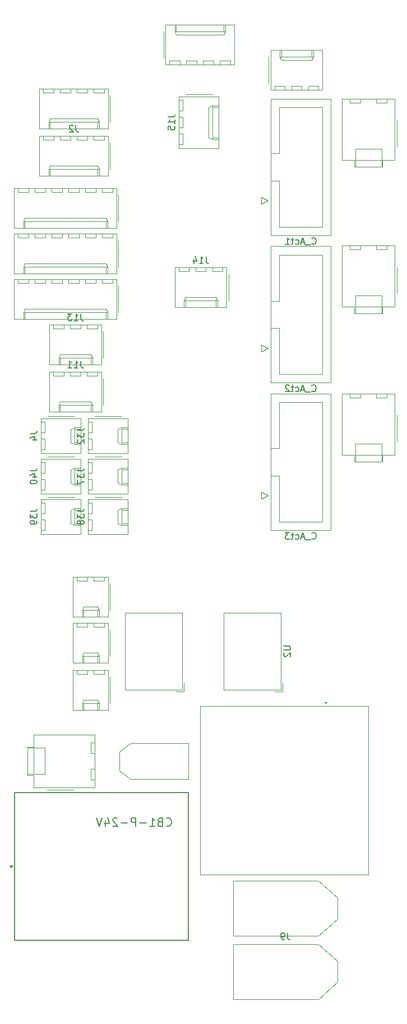
<source format=gbr>
%TF.GenerationSoftware,KiCad,Pcbnew,(6.0.2)*%
%TF.CreationDate,2022-07-06T01:18:05+02:00*%
%TF.ProjectId,MainBoard-2023,4d61696e-426f-4617-9264-2d323032332e,rev?*%
%TF.SameCoordinates,Original*%
%TF.FileFunction,Legend,Bot*%
%TF.FilePolarity,Positive*%
%FSLAX46Y46*%
G04 Gerber Fmt 4.6, Leading zero omitted, Abs format (unit mm)*
G04 Created by KiCad (PCBNEW (6.0.2)) date 2022-07-06 01:18:05*
%MOMM*%
%LPD*%
G01*
G04 APERTURE LIST*
%ADD10C,0.150000*%
%ADD11C,0.120000*%
%ADD12C,0.250000*%
%ADD13C,0.100000*%
%ADD14C,0.200000*%
G04 APERTURE END LIST*
D10*
%TO.C,J15*%
X115220380Y-41354476D02*
X115934666Y-41354476D01*
X116077523Y-41306857D01*
X116172761Y-41211619D01*
X116220380Y-41068761D01*
X116220380Y-40973523D01*
X116220380Y-42354476D02*
X116220380Y-41783047D01*
X116220380Y-42068761D02*
X115220380Y-42068761D01*
X115363238Y-41973523D01*
X115458476Y-41878285D01*
X115506095Y-41783047D01*
X115220380Y-43259238D02*
X115220380Y-42783047D01*
X115696571Y-42735428D01*
X115648952Y-42783047D01*
X115601333Y-42878285D01*
X115601333Y-43116380D01*
X115648952Y-43211619D01*
X115696571Y-43259238D01*
X115791809Y-43306857D01*
X116029904Y-43306857D01*
X116125142Y-43259238D01*
X116172761Y-43211619D01*
X116220380Y-43116380D01*
X116220380Y-42878285D01*
X116172761Y-42783047D01*
X116125142Y-42735428D01*
%TO.C,J38*%
X101504380Y-100790476D02*
X102218666Y-100790476D01*
X102361523Y-100742857D01*
X102456761Y-100647619D01*
X102504380Y-100504761D01*
X102504380Y-100409523D01*
X101504380Y-101171428D02*
X101504380Y-101790476D01*
X101885333Y-101457142D01*
X101885333Y-101600000D01*
X101932952Y-101695238D01*
X101980571Y-101742857D01*
X102075809Y-101790476D01*
X102313904Y-101790476D01*
X102409142Y-101742857D01*
X102456761Y-101695238D01*
X102504380Y-101600000D01*
X102504380Y-101314285D01*
X102456761Y-101219047D01*
X102409142Y-101171428D01*
X101932952Y-102361904D02*
X101885333Y-102266666D01*
X101837714Y-102219047D01*
X101742476Y-102171428D01*
X101694857Y-102171428D01*
X101599619Y-102219047D01*
X101552000Y-102266666D01*
X101504380Y-102361904D01*
X101504380Y-102552380D01*
X101552000Y-102647619D01*
X101599619Y-102695238D01*
X101694857Y-102742857D01*
X101742476Y-102742857D01*
X101837714Y-102695238D01*
X101885333Y-102647619D01*
X101932952Y-102552380D01*
X101932952Y-102361904D01*
X101980571Y-102266666D01*
X102028190Y-102219047D01*
X102123428Y-102171428D01*
X102313904Y-102171428D01*
X102409142Y-102219047D01*
X102456761Y-102266666D01*
X102504380Y-102361904D01*
X102504380Y-102552380D01*
X102456761Y-102647619D01*
X102409142Y-102695238D01*
X102313904Y-102742857D01*
X102123428Y-102742857D01*
X102028190Y-102695238D01*
X101980571Y-102647619D01*
X101932952Y-102552380D01*
%TO.C,J14*%
X120951523Y-62388380D02*
X120951523Y-63102666D01*
X120999142Y-63245523D01*
X121094380Y-63340761D01*
X121237238Y-63388380D01*
X121332476Y-63388380D01*
X119951523Y-63388380D02*
X120522952Y-63388380D01*
X120237238Y-63388380D02*
X120237238Y-62388380D01*
X120332476Y-62531238D01*
X120427714Y-62626476D01*
X120522952Y-62674095D01*
X119094380Y-62721714D02*
X119094380Y-63388380D01*
X119332476Y-62340761D02*
X119570571Y-63055047D01*
X118951523Y-63055047D01*
%TO.C,J13*%
X102028523Y-71024380D02*
X102028523Y-71738666D01*
X102076142Y-71881523D01*
X102171380Y-71976761D01*
X102314238Y-72024380D01*
X102409476Y-72024380D01*
X101028523Y-72024380D02*
X101599952Y-72024380D01*
X101314238Y-72024380D02*
X101314238Y-71024380D01*
X101409476Y-71167238D01*
X101504714Y-71262476D01*
X101599952Y-71310095D01*
X100695190Y-71024380D02*
X100076142Y-71024380D01*
X100409476Y-71405333D01*
X100266619Y-71405333D01*
X100171380Y-71452952D01*
X100123761Y-71500571D01*
X100076142Y-71595809D01*
X100076142Y-71833904D01*
X100123761Y-71929142D01*
X100171380Y-71976761D01*
X100266619Y-72024380D01*
X100552333Y-72024380D01*
X100647571Y-71976761D01*
X100695190Y-71929142D01*
%TO.C,J11*%
X102028523Y-78136380D02*
X102028523Y-78850666D01*
X102076142Y-78993523D01*
X102171380Y-79088761D01*
X102314238Y-79136380D01*
X102409476Y-79136380D01*
X101028523Y-79136380D02*
X101599952Y-79136380D01*
X101314238Y-79136380D02*
X101314238Y-78136380D01*
X101409476Y-78279238D01*
X101504714Y-78374476D01*
X101599952Y-78422095D01*
X100076142Y-79136380D02*
X100647571Y-79136380D01*
X100361857Y-79136380D02*
X100361857Y-78136380D01*
X100457095Y-78279238D01*
X100552333Y-78374476D01*
X100647571Y-78422095D01*
%TO.C,J37*%
X101504380Y-94694476D02*
X102218666Y-94694476D01*
X102361523Y-94646857D01*
X102456761Y-94551619D01*
X102504380Y-94408761D01*
X102504380Y-94313523D01*
X101504380Y-95075428D02*
X101504380Y-95694476D01*
X101885333Y-95361142D01*
X101885333Y-95504000D01*
X101932952Y-95599238D01*
X101980571Y-95646857D01*
X102075809Y-95694476D01*
X102313904Y-95694476D01*
X102409142Y-95646857D01*
X102456761Y-95599238D01*
X102504380Y-95504000D01*
X102504380Y-95218285D01*
X102456761Y-95123047D01*
X102409142Y-95075428D01*
X101504380Y-96027809D02*
X101504380Y-96694476D01*
X102504380Y-96265904D01*
%TO.C,J32*%
X101504380Y-88598476D02*
X102218666Y-88598476D01*
X102361523Y-88550857D01*
X102456761Y-88455619D01*
X102504380Y-88312761D01*
X102504380Y-88217523D01*
X101504380Y-88979428D02*
X101504380Y-89598476D01*
X101885333Y-89265142D01*
X101885333Y-89408000D01*
X101932952Y-89503238D01*
X101980571Y-89550857D01*
X102075809Y-89598476D01*
X102313904Y-89598476D01*
X102409142Y-89550857D01*
X102456761Y-89503238D01*
X102504380Y-89408000D01*
X102504380Y-89122285D01*
X102456761Y-89027047D01*
X102409142Y-88979428D01*
X101599619Y-89979428D02*
X101552000Y-90027047D01*
X101504380Y-90122285D01*
X101504380Y-90360380D01*
X101552000Y-90455619D01*
X101599619Y-90503238D01*
X101694857Y-90550857D01*
X101790095Y-90550857D01*
X101932952Y-90503238D01*
X102504380Y-89931809D01*
X102504380Y-90550857D01*
%TO.C,K1*%
X114945857Y-148144571D02*
X115006333Y-148205047D01*
X115187761Y-148265523D01*
X115308714Y-148265523D01*
X115490142Y-148205047D01*
X115611095Y-148084095D01*
X115671571Y-147963142D01*
X115732047Y-147721238D01*
X115732047Y-147539809D01*
X115671571Y-147297904D01*
X115611095Y-147176952D01*
X115490142Y-147056000D01*
X115308714Y-146995523D01*
X115187761Y-146995523D01*
X115006333Y-147056000D01*
X114945857Y-147116476D01*
X113978238Y-147600285D02*
X113796809Y-147660761D01*
X113736333Y-147721238D01*
X113675857Y-147842190D01*
X113675857Y-148023619D01*
X113736333Y-148144571D01*
X113796809Y-148205047D01*
X113917761Y-148265523D01*
X114401571Y-148265523D01*
X114401571Y-146995523D01*
X113978238Y-146995523D01*
X113857285Y-147056000D01*
X113796809Y-147116476D01*
X113736333Y-147237428D01*
X113736333Y-147358380D01*
X113796809Y-147479333D01*
X113857285Y-147539809D01*
X113978238Y-147600285D01*
X114401571Y-147600285D01*
X112466333Y-148265523D02*
X113192047Y-148265523D01*
X112829190Y-148265523D02*
X112829190Y-146995523D01*
X112950142Y-147176952D01*
X113071095Y-147297904D01*
X113192047Y-147358380D01*
X111922047Y-147781714D02*
X110954428Y-147781714D01*
X110349666Y-148265523D02*
X110349666Y-146995523D01*
X109865857Y-146995523D01*
X109744904Y-147056000D01*
X109684428Y-147116476D01*
X109623952Y-147237428D01*
X109623952Y-147418857D01*
X109684428Y-147539809D01*
X109744904Y-147600285D01*
X109865857Y-147660761D01*
X110349666Y-147660761D01*
X109079666Y-147781714D02*
X108112047Y-147781714D01*
X107567761Y-147116476D02*
X107507285Y-147056000D01*
X107386333Y-146995523D01*
X107083952Y-146995523D01*
X106963000Y-147056000D01*
X106902523Y-147116476D01*
X106842047Y-147237428D01*
X106842047Y-147358380D01*
X106902523Y-147539809D01*
X107628238Y-148265523D01*
X106842047Y-148265523D01*
X105753476Y-147418857D02*
X105753476Y-148265523D01*
X106055857Y-146935047D02*
X106358238Y-147842190D01*
X105572047Y-147842190D01*
X105269666Y-146995523D02*
X104846333Y-148265523D01*
X104423000Y-146995523D01*
%TO.C,J39*%
X94392380Y-100790476D02*
X95106666Y-100790476D01*
X95249523Y-100742857D01*
X95344761Y-100647619D01*
X95392380Y-100504761D01*
X95392380Y-100409523D01*
X94392380Y-101171428D02*
X94392380Y-101790476D01*
X94773333Y-101457142D01*
X94773333Y-101600000D01*
X94820952Y-101695238D01*
X94868571Y-101742857D01*
X94963809Y-101790476D01*
X95201904Y-101790476D01*
X95297142Y-101742857D01*
X95344761Y-101695238D01*
X95392380Y-101600000D01*
X95392380Y-101314285D01*
X95344761Y-101219047D01*
X95297142Y-101171428D01*
X95392380Y-102266666D02*
X95392380Y-102457142D01*
X95344761Y-102552380D01*
X95297142Y-102600000D01*
X95154285Y-102695238D01*
X94963809Y-102742857D01*
X94582857Y-102742857D01*
X94487619Y-102695238D01*
X94440000Y-102647619D01*
X94392380Y-102552380D01*
X94392380Y-102361904D01*
X94440000Y-102266666D01*
X94487619Y-102219047D01*
X94582857Y-102171428D01*
X94820952Y-102171428D01*
X94916190Y-102219047D01*
X94963809Y-102266666D01*
X95011428Y-102361904D01*
X95011428Y-102552380D01*
X94963809Y-102647619D01*
X94916190Y-102695238D01*
X94820952Y-102742857D01*
%TO.C,C_Act2*%
X136945476Y-82657142D02*
X136993095Y-82704761D01*
X137135952Y-82752380D01*
X137231190Y-82752380D01*
X137374047Y-82704761D01*
X137469285Y-82609523D01*
X137516904Y-82514285D01*
X137564523Y-82323809D01*
X137564523Y-82180952D01*
X137516904Y-81990476D01*
X137469285Y-81895238D01*
X137374047Y-81800000D01*
X137231190Y-81752380D01*
X137135952Y-81752380D01*
X136993095Y-81800000D01*
X136945476Y-81847619D01*
X136755000Y-82847619D02*
X135993095Y-82847619D01*
X135802619Y-82466666D02*
X135326428Y-82466666D01*
X135897857Y-82752380D02*
X135564523Y-81752380D01*
X135231190Y-82752380D01*
X134469285Y-82704761D02*
X134564523Y-82752380D01*
X134755000Y-82752380D01*
X134850238Y-82704761D01*
X134897857Y-82657142D01*
X134945476Y-82561904D01*
X134945476Y-82276190D01*
X134897857Y-82180952D01*
X134850238Y-82133333D01*
X134755000Y-82085714D01*
X134564523Y-82085714D01*
X134469285Y-82133333D01*
X134183571Y-82085714D02*
X133802619Y-82085714D01*
X134040714Y-81752380D02*
X134040714Y-82609523D01*
X133993095Y-82704761D01*
X133897857Y-82752380D01*
X133802619Y-82752380D01*
X133516904Y-81847619D02*
X133469285Y-81800000D01*
X133374047Y-81752380D01*
X133135952Y-81752380D01*
X133040714Y-81800000D01*
X132993095Y-81847619D01*
X132945476Y-81942857D01*
X132945476Y-82038095D01*
X132993095Y-82180952D01*
X133564523Y-82752380D01*
X132945476Y-82752380D01*
%TO.C,C_Act1*%
X136945476Y-60432142D02*
X136993095Y-60479761D01*
X137135952Y-60527380D01*
X137231190Y-60527380D01*
X137374047Y-60479761D01*
X137469285Y-60384523D01*
X137516904Y-60289285D01*
X137564523Y-60098809D01*
X137564523Y-59955952D01*
X137516904Y-59765476D01*
X137469285Y-59670238D01*
X137374047Y-59575000D01*
X137231190Y-59527380D01*
X137135952Y-59527380D01*
X136993095Y-59575000D01*
X136945476Y-59622619D01*
X136755000Y-60622619D02*
X135993095Y-60622619D01*
X135802619Y-60241666D02*
X135326428Y-60241666D01*
X135897857Y-60527380D02*
X135564523Y-59527380D01*
X135231190Y-60527380D01*
X134469285Y-60479761D02*
X134564523Y-60527380D01*
X134755000Y-60527380D01*
X134850238Y-60479761D01*
X134897857Y-60432142D01*
X134945476Y-60336904D01*
X134945476Y-60051190D01*
X134897857Y-59955952D01*
X134850238Y-59908333D01*
X134755000Y-59860714D01*
X134564523Y-59860714D01*
X134469285Y-59908333D01*
X134183571Y-59860714D02*
X133802619Y-59860714D01*
X134040714Y-59527380D02*
X134040714Y-60384523D01*
X133993095Y-60479761D01*
X133897857Y-60527380D01*
X133802619Y-60527380D01*
X132945476Y-60527380D02*
X133516904Y-60527380D01*
X133231190Y-60527380D02*
X133231190Y-59527380D01*
X133326428Y-59670238D01*
X133421666Y-59765476D01*
X133516904Y-59813095D01*
%TO.C,U2*%
X132687380Y-121118095D02*
X133496904Y-121118095D01*
X133592142Y-121165714D01*
X133639761Y-121213333D01*
X133687380Y-121308571D01*
X133687380Y-121499047D01*
X133639761Y-121594285D01*
X133592142Y-121641904D01*
X133496904Y-121689523D01*
X132687380Y-121689523D01*
X132782619Y-122118095D02*
X132735000Y-122165714D01*
X132687380Y-122260952D01*
X132687380Y-122499047D01*
X132735000Y-122594285D01*
X132782619Y-122641904D01*
X132877857Y-122689523D01*
X132973095Y-122689523D01*
X133115952Y-122641904D01*
X133687380Y-122070476D01*
X133687380Y-122689523D01*
%TO.C,J2*%
X101298333Y-42576380D02*
X101298333Y-43290666D01*
X101345952Y-43433523D01*
X101441190Y-43528761D01*
X101584047Y-43576380D01*
X101679285Y-43576380D01*
X100869761Y-42671619D02*
X100822142Y-42624000D01*
X100726904Y-42576380D01*
X100488809Y-42576380D01*
X100393571Y-42624000D01*
X100345952Y-42671619D01*
X100298333Y-42766857D01*
X100298333Y-42862095D01*
X100345952Y-43004952D01*
X100917380Y-43576380D01*
X100298333Y-43576380D01*
%TO.C,J9*%
X133258333Y-164332380D02*
X133258333Y-165046666D01*
X133305952Y-165189523D01*
X133401190Y-165284761D01*
X133544047Y-165332380D01*
X133639285Y-165332380D01*
X132734523Y-165332380D02*
X132544047Y-165332380D01*
X132448809Y-165284761D01*
X132401190Y-165237142D01*
X132305952Y-165094285D01*
X132258333Y-164903809D01*
X132258333Y-164522857D01*
X132305952Y-164427619D01*
X132353571Y-164380000D01*
X132448809Y-164332380D01*
X132639285Y-164332380D01*
X132734523Y-164380000D01*
X132782142Y-164427619D01*
X132829761Y-164522857D01*
X132829761Y-164760952D01*
X132782142Y-164856190D01*
X132734523Y-164903809D01*
X132639285Y-164951428D01*
X132448809Y-164951428D01*
X132353571Y-164903809D01*
X132305952Y-164856190D01*
X132258333Y-164760952D01*
%TO.C,J4*%
X94392380Y-89074666D02*
X95106666Y-89074666D01*
X95249523Y-89027047D01*
X95344761Y-88931809D01*
X95392380Y-88788952D01*
X95392380Y-88693714D01*
X94725714Y-89979428D02*
X95392380Y-89979428D01*
X94344761Y-89741333D02*
X95059047Y-89503238D01*
X95059047Y-90122285D01*
%TO.C,C_Act3*%
X136945476Y-104882142D02*
X136993095Y-104929761D01*
X137135952Y-104977380D01*
X137231190Y-104977380D01*
X137374047Y-104929761D01*
X137469285Y-104834523D01*
X137516904Y-104739285D01*
X137564523Y-104548809D01*
X137564523Y-104405952D01*
X137516904Y-104215476D01*
X137469285Y-104120238D01*
X137374047Y-104025000D01*
X137231190Y-103977380D01*
X137135952Y-103977380D01*
X136993095Y-104025000D01*
X136945476Y-104072619D01*
X136755000Y-105072619D02*
X135993095Y-105072619D01*
X135802619Y-104691666D02*
X135326428Y-104691666D01*
X135897857Y-104977380D02*
X135564523Y-103977380D01*
X135231190Y-104977380D01*
X134469285Y-104929761D02*
X134564523Y-104977380D01*
X134755000Y-104977380D01*
X134850238Y-104929761D01*
X134897857Y-104882142D01*
X134945476Y-104786904D01*
X134945476Y-104501190D01*
X134897857Y-104405952D01*
X134850238Y-104358333D01*
X134755000Y-104310714D01*
X134564523Y-104310714D01*
X134469285Y-104358333D01*
X134183571Y-104310714D02*
X133802619Y-104310714D01*
X134040714Y-103977380D02*
X134040714Y-104834523D01*
X133993095Y-104929761D01*
X133897857Y-104977380D01*
X133802619Y-104977380D01*
X133564523Y-103977380D02*
X132945476Y-103977380D01*
X133278809Y-104358333D01*
X133135952Y-104358333D01*
X133040714Y-104405952D01*
X132993095Y-104453571D01*
X132945476Y-104548809D01*
X132945476Y-104786904D01*
X132993095Y-104882142D01*
X133040714Y-104929761D01*
X133135952Y-104977380D01*
X133421666Y-104977380D01*
X133516904Y-104929761D01*
X133564523Y-104882142D01*
%TO.C,J40*%
X94392380Y-94694476D02*
X95106666Y-94694476D01*
X95249523Y-94646857D01*
X95344761Y-94551619D01*
X95392380Y-94408761D01*
X95392380Y-94313523D01*
X94725714Y-95599238D02*
X95392380Y-95599238D01*
X94344761Y-95361142D02*
X95059047Y-95123047D01*
X95059047Y-95742095D01*
X94392380Y-96313523D02*
X94392380Y-96408761D01*
X94440000Y-96504000D01*
X94487619Y-96551619D01*
X94582857Y-96599238D01*
X94773333Y-96646857D01*
X95011428Y-96646857D01*
X95201904Y-96599238D01*
X95297142Y-96551619D01*
X95344761Y-96504000D01*
X95392380Y-96408761D01*
X95392380Y-96313523D01*
X95344761Y-96218285D01*
X95297142Y-96170666D01*
X95201904Y-96123047D01*
X95011428Y-96075428D01*
X94773333Y-96075428D01*
X94582857Y-96123047D01*
X94487619Y-96170666D01*
X94440000Y-96218285D01*
X94392380Y-96313523D01*
D11*
%TO.C,J15*%
X121878000Y-44704000D02*
X122878000Y-44704000D01*
X117458000Y-43904000D02*
X117458000Y-45504000D01*
X117458000Y-41364000D02*
X117458000Y-42964000D01*
X121878000Y-39624000D02*
X121878000Y-44704000D01*
X117888000Y-37954000D02*
X121888000Y-37954000D01*
X116858000Y-43904000D02*
X117458000Y-43904000D01*
X116858000Y-38244000D02*
X122878000Y-38244000D01*
X121878000Y-39624000D02*
X121348000Y-39874000D01*
X121348000Y-39874000D02*
X121348000Y-44454000D01*
X117458000Y-45504000D02*
X116858000Y-45504000D01*
X116858000Y-41364000D02*
X117458000Y-41364000D01*
X122878000Y-44454000D02*
X121878000Y-44454000D01*
X116858000Y-46084000D02*
X116858000Y-38244000D01*
X121348000Y-44454000D02*
X121878000Y-44704000D01*
X122878000Y-39874000D02*
X121878000Y-39874000D01*
X117458000Y-38824000D02*
X117458000Y-40424000D01*
X122878000Y-38244000D02*
X122878000Y-46084000D01*
X116858000Y-38824000D02*
X117458000Y-38824000D01*
X117458000Y-42964000D02*
X116858000Y-42964000D01*
X117458000Y-40424000D02*
X116858000Y-40424000D01*
X122878000Y-46084000D02*
X116858000Y-46084000D01*
X122878000Y-39624000D02*
X121878000Y-39624000D01*
%TO.C,J38*%
X109162000Y-98950000D02*
X109162000Y-104250000D01*
X103742000Y-101130000D02*
X103142000Y-101130000D01*
X104172000Y-98660000D02*
X108172000Y-98660000D01*
X103142000Y-98950000D02*
X109162000Y-98950000D01*
X103142000Y-102070000D02*
X103742000Y-102070000D01*
X108162000Y-102870000D02*
X109162000Y-102870000D01*
X109162000Y-102620000D02*
X108162000Y-102620000D01*
X103742000Y-99530000D02*
X103742000Y-101130000D01*
X103742000Y-102070000D02*
X103742000Y-103670000D01*
X107632000Y-102620000D02*
X108162000Y-102870000D01*
X108162000Y-100330000D02*
X108162000Y-102870000D01*
X109162000Y-100330000D02*
X108162000Y-100330000D01*
X109162000Y-100580000D02*
X108162000Y-100580000D01*
X108162000Y-100330000D02*
X107632000Y-100580000D01*
X103142000Y-104250000D02*
X103142000Y-98950000D01*
X103142000Y-99530000D02*
X103742000Y-99530000D01*
X109162000Y-104250000D02*
X103142000Y-104250000D01*
X103742000Y-103670000D02*
X103142000Y-103670000D01*
X107632000Y-100580000D02*
X107632000Y-102620000D01*
%TO.C,J14*%
X122682000Y-70046000D02*
X122682000Y-69046000D01*
X116222000Y-70046000D02*
X116222000Y-64026000D01*
X121882000Y-64626000D02*
X121882000Y-64026000D01*
X119342000Y-64626000D02*
X119342000Y-64026000D01*
X123482000Y-64026000D02*
X123482000Y-64626000D01*
X124062000Y-70046000D02*
X116222000Y-70046000D01*
X123482000Y-64626000D02*
X121882000Y-64626000D01*
X122432000Y-70046000D02*
X122432000Y-69046000D01*
X117852000Y-68516000D02*
X117602000Y-69046000D01*
X116222000Y-64026000D02*
X124062000Y-64026000D01*
X117852000Y-70046000D02*
X117852000Y-69046000D01*
X120942000Y-64026000D02*
X120942000Y-64626000D01*
X116802000Y-64626000D02*
X116802000Y-64026000D01*
X122432000Y-68516000D02*
X117852000Y-68516000D01*
X122682000Y-69046000D02*
X122432000Y-68516000D01*
X124062000Y-64026000D02*
X124062000Y-70046000D01*
X118402000Y-64026000D02*
X118402000Y-64626000D01*
X124352000Y-65056000D02*
X124352000Y-69056000D01*
X122682000Y-69046000D02*
X117602000Y-69046000D01*
X120942000Y-64626000D02*
X119342000Y-64626000D01*
X118402000Y-64626000D02*
X116802000Y-64626000D01*
X117602000Y-69046000D02*
X117602000Y-70046000D01*
%TO.C,J13*%
X103759000Y-78682000D02*
X103759000Y-77682000D01*
X97299000Y-78682000D02*
X97299000Y-72662000D01*
X102959000Y-73262000D02*
X102959000Y-72662000D01*
X100419000Y-73262000D02*
X100419000Y-72662000D01*
X104559000Y-72662000D02*
X104559000Y-73262000D01*
X105139000Y-78682000D02*
X97299000Y-78682000D01*
X104559000Y-73262000D02*
X102959000Y-73262000D01*
X103509000Y-78682000D02*
X103509000Y-77682000D01*
X98929000Y-77152000D02*
X98679000Y-77682000D01*
X97299000Y-72662000D02*
X105139000Y-72662000D01*
X98929000Y-78682000D02*
X98929000Y-77682000D01*
X102019000Y-72662000D02*
X102019000Y-73262000D01*
X97879000Y-73262000D02*
X97879000Y-72662000D01*
X103509000Y-77152000D02*
X98929000Y-77152000D01*
X103759000Y-77682000D02*
X103509000Y-77152000D01*
X105139000Y-72662000D02*
X105139000Y-78682000D01*
X99479000Y-72662000D02*
X99479000Y-73262000D01*
X105429000Y-73692000D02*
X105429000Y-77692000D01*
X103759000Y-77682000D02*
X98679000Y-77682000D01*
X102019000Y-73262000D02*
X100419000Y-73262000D01*
X99479000Y-73262000D02*
X97879000Y-73262000D01*
X98679000Y-77682000D02*
X98679000Y-78682000D01*
%TO.C,J11*%
X103759000Y-85794000D02*
X103759000Y-84794000D01*
X97299000Y-85794000D02*
X97299000Y-79774000D01*
X102959000Y-80374000D02*
X102959000Y-79774000D01*
X100419000Y-80374000D02*
X100419000Y-79774000D01*
X104559000Y-79774000D02*
X104559000Y-80374000D01*
X105139000Y-85794000D02*
X97299000Y-85794000D01*
X104559000Y-80374000D02*
X102959000Y-80374000D01*
X103509000Y-85794000D02*
X103509000Y-84794000D01*
X98929000Y-84264000D02*
X98679000Y-84794000D01*
X97299000Y-79774000D02*
X105139000Y-79774000D01*
X98929000Y-85794000D02*
X98929000Y-84794000D01*
X102019000Y-79774000D02*
X102019000Y-80374000D01*
X97879000Y-80374000D02*
X97879000Y-79774000D01*
X103509000Y-84264000D02*
X98929000Y-84264000D01*
X103759000Y-84794000D02*
X103509000Y-84264000D01*
X105139000Y-79774000D02*
X105139000Y-85794000D01*
X99479000Y-79774000D02*
X99479000Y-80374000D01*
X105429000Y-80804000D02*
X105429000Y-84804000D01*
X103759000Y-84794000D02*
X98679000Y-84794000D01*
X102019000Y-80374000D02*
X100419000Y-80374000D01*
X99479000Y-80374000D02*
X97879000Y-80374000D01*
X98679000Y-84794000D02*
X98679000Y-85794000D01*
%TO.C,J5*%
X101765000Y-52088000D02*
X101765000Y-52688000D01*
X94145000Y-52688000D02*
X92545000Y-52688000D01*
X93595000Y-58108000D02*
X93595000Y-57108000D01*
X105795000Y-58108000D02*
X105795000Y-57108000D01*
X106845000Y-52688000D02*
X105245000Y-52688000D01*
X107425000Y-52088000D02*
X107425000Y-58108000D01*
X95085000Y-52688000D02*
X95085000Y-52088000D01*
X99225000Y-52088000D02*
X99225000Y-52688000D01*
X102705000Y-52688000D02*
X102705000Y-52088000D01*
X106045000Y-58108000D02*
X106045000Y-57108000D01*
X91965000Y-52088000D02*
X107425000Y-52088000D01*
X105245000Y-52688000D02*
X105245000Y-52088000D01*
X93595000Y-56578000D02*
X93345000Y-57108000D01*
X101765000Y-52688000D02*
X100165000Y-52688000D01*
X97625000Y-52688000D02*
X97625000Y-52088000D01*
X104305000Y-52088000D02*
X104305000Y-52688000D01*
X91965000Y-58108000D02*
X91965000Y-52088000D01*
X96685000Y-52688000D02*
X95085000Y-52688000D01*
X104305000Y-52688000D02*
X102705000Y-52688000D01*
X105795000Y-56578000D02*
X93595000Y-56578000D01*
X100165000Y-52688000D02*
X100165000Y-52088000D01*
X107715000Y-53118000D02*
X107715000Y-57118000D01*
X106845000Y-52088000D02*
X106845000Y-52688000D01*
X106045000Y-57108000D02*
X105795000Y-56578000D01*
X106045000Y-57108000D02*
X93345000Y-57108000D01*
X92545000Y-52688000D02*
X92545000Y-52088000D01*
X93345000Y-57108000D02*
X93345000Y-58108000D01*
X99225000Y-52688000D02*
X97625000Y-52688000D01*
X96685000Y-52088000D02*
X96685000Y-52688000D01*
X107425000Y-58108000D02*
X91965000Y-58108000D01*
X94145000Y-52088000D02*
X94145000Y-52688000D01*
%TO.C,J37*%
X103742000Y-95034000D02*
X103142000Y-95034000D01*
X107632000Y-94484000D02*
X107632000Y-96524000D01*
X108162000Y-96774000D02*
X109162000Y-96774000D01*
X109162000Y-98154000D02*
X103142000Y-98154000D01*
X103142000Y-92854000D02*
X109162000Y-92854000D01*
X104172000Y-92564000D02*
X108172000Y-92564000D01*
X109162000Y-92854000D02*
X109162000Y-98154000D01*
X109162000Y-94484000D02*
X108162000Y-94484000D01*
X108162000Y-94234000D02*
X107632000Y-94484000D01*
X103142000Y-93434000D02*
X103742000Y-93434000D01*
X103742000Y-95974000D02*
X103742000Y-97574000D01*
X103142000Y-95974000D02*
X103742000Y-95974000D01*
X103142000Y-98154000D02*
X103142000Y-92854000D01*
X103742000Y-93434000D02*
X103742000Y-95034000D01*
X107632000Y-96524000D02*
X108162000Y-96774000D01*
X109162000Y-94234000D02*
X108162000Y-94234000D01*
X103742000Y-97574000D02*
X103142000Y-97574000D01*
X109162000Y-96524000D02*
X108162000Y-96524000D01*
X108162000Y-94234000D02*
X108162000Y-96774000D01*
%TO.C,J32*%
X103742000Y-89878000D02*
X103742000Y-91478000D01*
X103742000Y-87338000D02*
X103742000Y-88938000D01*
X107632000Y-88388000D02*
X107632000Y-90428000D01*
X109162000Y-88138000D02*
X108162000Y-88138000D01*
X103742000Y-91478000D02*
X103142000Y-91478000D01*
X104172000Y-86468000D02*
X108172000Y-86468000D01*
X103142000Y-87338000D02*
X103742000Y-87338000D01*
X108162000Y-88138000D02*
X108162000Y-90678000D01*
X109162000Y-92058000D02*
X103142000Y-92058000D01*
X103742000Y-88938000D02*
X103142000Y-88938000D01*
X103142000Y-86758000D02*
X109162000Y-86758000D01*
X109162000Y-86758000D02*
X109162000Y-92058000D01*
X109162000Y-88388000D02*
X108162000Y-88388000D01*
X109162000Y-90428000D02*
X108162000Y-90428000D01*
X107632000Y-90428000D02*
X108162000Y-90678000D01*
X103142000Y-89878000D02*
X103742000Y-89878000D01*
X108162000Y-90678000D02*
X109162000Y-90678000D01*
X103142000Y-92058000D02*
X103142000Y-86758000D01*
X108162000Y-88138000D02*
X107632000Y-88388000D01*
%TO.C,J30*%
X130700000Y-31280000D02*
X138540000Y-31280000D01*
X137160000Y-32280000D02*
X137160000Y-31280000D01*
X133820000Y-37300000D02*
X133820000Y-36700000D01*
X136360000Y-37300000D02*
X136360000Y-36700000D01*
X133820000Y-36700000D02*
X135420000Y-36700000D01*
X130700000Y-37300000D02*
X130700000Y-31280000D01*
X135420000Y-36700000D02*
X135420000Y-37300000D01*
X132080000Y-31280000D02*
X132080000Y-32280000D01*
X132080000Y-32280000D02*
X137160000Y-32280000D01*
X132330000Y-32810000D02*
X136910000Y-32810000D01*
X132080000Y-32280000D02*
X132330000Y-32810000D01*
X132880000Y-36700000D02*
X132880000Y-37300000D01*
X138540000Y-37300000D02*
X130700000Y-37300000D01*
X138540000Y-31280000D02*
X138540000Y-37300000D01*
X132330000Y-31280000D02*
X132330000Y-32280000D01*
X136910000Y-31280000D02*
X136910000Y-32280000D01*
X136910000Y-32810000D02*
X137160000Y-32280000D01*
X136360000Y-36700000D02*
X137960000Y-36700000D01*
X130410000Y-36270000D02*
X130410000Y-32270000D01*
X137960000Y-36700000D02*
X137960000Y-37300000D01*
X131280000Y-36700000D02*
X132880000Y-36700000D01*
X131280000Y-37300000D02*
X131280000Y-36700000D01*
%TO.C,J22*%
X100495000Y-37102000D02*
X100495000Y-37702000D01*
X105575000Y-37102000D02*
X105575000Y-37702000D01*
X103975000Y-37702000D02*
X103975000Y-37102000D01*
X104775000Y-42122000D02*
X97155000Y-42122000D01*
X106155000Y-37102000D02*
X106155000Y-43122000D01*
X97955000Y-37702000D02*
X96355000Y-37702000D01*
X97955000Y-37102000D02*
X97955000Y-37702000D01*
X104775000Y-43122000D02*
X104775000Y-42122000D01*
X97155000Y-42122000D02*
X97155000Y-43122000D01*
X98895000Y-37702000D02*
X98895000Y-37102000D01*
X104525000Y-43122000D02*
X104525000Y-42122000D01*
X106445000Y-38132000D02*
X106445000Y-42132000D01*
X105575000Y-37702000D02*
X103975000Y-37702000D01*
X104525000Y-41592000D02*
X97405000Y-41592000D01*
X97405000Y-41592000D02*
X97155000Y-42122000D01*
X104775000Y-42122000D02*
X104525000Y-41592000D01*
X100495000Y-37702000D02*
X98895000Y-37702000D01*
X97405000Y-43122000D02*
X97405000Y-42122000D01*
X95775000Y-37102000D02*
X106155000Y-37102000D01*
X103035000Y-37102000D02*
X103035000Y-37702000D01*
X96355000Y-37702000D02*
X96355000Y-37102000D01*
X106155000Y-43122000D02*
X95775000Y-43122000D01*
X95775000Y-43122000D02*
X95775000Y-37102000D01*
X103035000Y-37702000D02*
X101435000Y-37702000D01*
X101435000Y-37702000D02*
X101435000Y-37102000D01*
%TO.C,U4*%
X117327500Y-116070000D02*
X108707500Y-116070000D01*
X116327500Y-127930000D02*
X117567500Y-127930000D01*
X108707500Y-127690000D02*
X108707500Y-116070000D01*
X117567500Y-127930000D02*
X117567500Y-126690000D01*
X117327500Y-127690000D02*
X117327500Y-116070000D01*
X117327500Y-127690000D02*
X108707500Y-127690000D01*
%TO.C,J12*%
X119545000Y-32890000D02*
X119545000Y-33490000D01*
X117945000Y-32890000D02*
X119545000Y-32890000D01*
X116205000Y-28470000D02*
X123825000Y-28470000D01*
X116455000Y-29000000D02*
X123575000Y-29000000D01*
X125205000Y-27470000D02*
X125205000Y-33490000D01*
X120485000Y-32890000D02*
X122085000Y-32890000D01*
X116205000Y-28470000D02*
X116455000Y-29000000D01*
X116455000Y-27470000D02*
X116455000Y-28470000D01*
X125205000Y-33490000D02*
X114825000Y-33490000D01*
X123575000Y-27470000D02*
X123575000Y-28470000D01*
X114825000Y-33490000D02*
X114825000Y-27470000D01*
X115405000Y-32890000D02*
X117005000Y-32890000D01*
X117945000Y-33490000D02*
X117945000Y-32890000D01*
X124625000Y-32890000D02*
X124625000Y-33490000D01*
X123825000Y-28470000D02*
X123825000Y-27470000D01*
X114535000Y-32460000D02*
X114535000Y-28460000D01*
X120485000Y-33490000D02*
X120485000Y-32890000D01*
X114825000Y-27470000D02*
X125205000Y-27470000D01*
X123025000Y-33490000D02*
X123025000Y-32890000D01*
X123025000Y-32890000D02*
X124625000Y-32890000D01*
X116205000Y-27470000D02*
X116205000Y-28470000D01*
X122085000Y-32890000D02*
X122085000Y-33490000D01*
X115405000Y-33490000D02*
X115405000Y-32890000D01*
X117005000Y-32890000D02*
X117005000Y-33490000D01*
X123575000Y-29000000D02*
X123825000Y-28470000D01*
D10*
%TO.C,K1*%
X92020000Y-143155000D02*
X92020000Y-165455000D01*
X118320000Y-143155000D02*
X118320000Y-165455000D01*
X92020000Y-165455000D02*
X118320000Y-165455000D01*
X92020000Y-143155000D02*
X118320000Y-143155000D01*
D12*
X91670000Y-154305000D02*
G75*
G03*
X91670000Y-154305000I-125000J0D01*
G01*
D11*
%TO.C,J27*%
X141467000Y-60693000D02*
X141467000Y-69918000D01*
X143372000Y-70923000D02*
X147562000Y-70923000D01*
X147562000Y-70923000D02*
X147562000Y-69918000D01*
X144287000Y-61293000D02*
X142687000Y-61293000D01*
X144287000Y-60693000D02*
X144287000Y-61293000D01*
X146647000Y-61293000D02*
X146647000Y-60693000D01*
X143487000Y-69923000D02*
X143487000Y-70923000D01*
X148247000Y-60693000D02*
X148247000Y-61293000D01*
X149467000Y-69918000D02*
X149467000Y-60693000D01*
X143372000Y-69918000D02*
X143372000Y-70923000D01*
X149467000Y-60693000D02*
X141467000Y-60693000D01*
X147447000Y-69923000D02*
X143487000Y-69923000D01*
X147562000Y-69918000D02*
X149467000Y-69918000D01*
X147447000Y-70923000D02*
X147447000Y-69923000D01*
X141467000Y-69918000D02*
X143372000Y-69918000D01*
X147447000Y-68253000D02*
X143487000Y-68253000D01*
X149757000Y-63913000D02*
X149757000Y-67913000D01*
X142687000Y-61293000D02*
X142687000Y-60693000D01*
X143487000Y-68253000D02*
X143487000Y-69923000D01*
X147447000Y-69923000D02*
X147447000Y-68253000D01*
X148247000Y-61293000D02*
X146647000Y-61293000D01*
%TO.C,J39*%
X96630000Y-102070000D02*
X96630000Y-103670000D01*
X101050000Y-100330000D02*
X100520000Y-100580000D01*
X100520000Y-100580000D02*
X100520000Y-102620000D01*
X96030000Y-99530000D02*
X96630000Y-99530000D01*
X102050000Y-100580000D02*
X101050000Y-100580000D01*
X101050000Y-102870000D02*
X102050000Y-102870000D01*
X96030000Y-98950000D02*
X102050000Y-98950000D01*
X102050000Y-104250000D02*
X96030000Y-104250000D01*
X96630000Y-99530000D02*
X96630000Y-101130000D01*
X96030000Y-102070000D02*
X96630000Y-102070000D01*
X101050000Y-100330000D02*
X101050000Y-102870000D01*
X97060000Y-98660000D02*
X101060000Y-98660000D01*
X96630000Y-101130000D02*
X96030000Y-101130000D01*
X100520000Y-102620000D02*
X101050000Y-102870000D01*
X102050000Y-100330000D02*
X101050000Y-100330000D01*
X96630000Y-103670000D02*
X96030000Y-103670000D01*
X96030000Y-104250000D02*
X96030000Y-98950000D01*
X102050000Y-98950000D02*
X102050000Y-104250000D01*
X102050000Y-102620000D02*
X101050000Y-102620000D01*
%TO.C,J7*%
X109560000Y-141140000D02*
X118280000Y-141140000D01*
X107860000Y-139840000D02*
X109560000Y-141140000D01*
X107860000Y-139840000D02*
X107860000Y-137020000D01*
X109560000Y-135720000D02*
X118280000Y-135720000D01*
X118280000Y-141140000D02*
X118280000Y-135720000D01*
X107860000Y-137020000D02*
X109560000Y-135720000D01*
%TO.C,J20*%
X149467000Y-38595000D02*
X141467000Y-38595000D01*
X147447000Y-47825000D02*
X143487000Y-47825000D01*
X148247000Y-38595000D02*
X148247000Y-39195000D01*
X146647000Y-39195000D02*
X146647000Y-38595000D01*
X141467000Y-38595000D02*
X141467000Y-47820000D01*
X144287000Y-39195000D02*
X142687000Y-39195000D01*
X149757000Y-41815000D02*
X149757000Y-45815000D01*
X147447000Y-46155000D02*
X143487000Y-46155000D01*
X143487000Y-47825000D02*
X143487000Y-48825000D01*
X141467000Y-47820000D02*
X143372000Y-47820000D01*
X143372000Y-47820000D02*
X143372000Y-48825000D01*
X149467000Y-47820000D02*
X149467000Y-38595000D01*
X143372000Y-48825000D02*
X147562000Y-48825000D01*
X147447000Y-47825000D02*
X147447000Y-46155000D01*
X144287000Y-38595000D02*
X144287000Y-39195000D01*
X147562000Y-48825000D02*
X147562000Y-47820000D01*
X147562000Y-47820000D02*
X149467000Y-47820000D01*
X143487000Y-46155000D02*
X143487000Y-47825000D01*
X142687000Y-39195000D02*
X142687000Y-38595000D01*
X148247000Y-39195000D02*
X146647000Y-39195000D01*
X147447000Y-48825000D02*
X147447000Y-47825000D01*
%TO.C,C_Act2*%
X138505000Y-62130000D02*
X132005000Y-62130000D01*
X129305000Y-76700000D02*
X129305000Y-75700000D01*
X130695000Y-60830000D02*
X130695000Y-81410000D01*
X130305000Y-76200000D02*
X129305000Y-76700000D01*
X132005000Y-69070000D02*
X132005000Y-69070000D01*
X132005000Y-80110000D02*
X138505000Y-80110000D01*
X132005000Y-62130000D02*
X132005000Y-69070000D01*
X139815000Y-81410000D02*
X139815000Y-60830000D01*
X130695000Y-81410000D02*
X139815000Y-81410000D01*
X130695000Y-73170000D02*
X132005000Y-73170000D01*
X129305000Y-75700000D02*
X130305000Y-76200000D01*
X132005000Y-69070000D02*
X130695000Y-69070000D01*
X139815000Y-60830000D02*
X130695000Y-60830000D01*
X138505000Y-80110000D02*
X138505000Y-62130000D01*
X132005000Y-73170000D02*
X132005000Y-80110000D01*
%TO.C,J29*%
X102485000Y-115125000D02*
X102235000Y-115655000D01*
X103975000Y-111235000D02*
X103975000Y-110635000D01*
X105575000Y-110635000D02*
X105575000Y-111235000D01*
X101435000Y-111235000D02*
X101435000Y-110635000D01*
X106445000Y-111665000D02*
X106445000Y-115665000D01*
X103035000Y-111235000D02*
X101435000Y-111235000D01*
X100855000Y-110635000D02*
X106155000Y-110635000D01*
X102235000Y-115655000D02*
X102235000Y-116655000D01*
X106155000Y-116655000D02*
X100855000Y-116655000D01*
X104525000Y-116655000D02*
X104525000Y-115655000D01*
X104775000Y-115655000D02*
X104525000Y-115125000D01*
X104775000Y-115655000D02*
X102235000Y-115655000D01*
X103035000Y-110635000D02*
X103035000Y-111235000D01*
X105575000Y-111235000D02*
X103975000Y-111235000D01*
X100855000Y-116655000D02*
X100855000Y-110635000D01*
X104775000Y-116655000D02*
X104775000Y-115655000D01*
X102485000Y-116655000D02*
X102485000Y-115655000D01*
X104525000Y-115125000D02*
X102485000Y-115125000D01*
X106155000Y-110635000D02*
X106155000Y-116655000D01*
%TO.C,J1*%
X137925000Y-164805000D02*
X125075000Y-164805000D01*
X125075000Y-156505000D02*
X137925000Y-156505000D01*
X137925000Y-156505000D02*
X140775000Y-159055000D01*
X140775000Y-159055000D02*
X140775000Y-162205000D01*
X140775000Y-162205000D02*
X137925000Y-164805000D01*
X125075000Y-164805000D02*
X125075000Y-156505000D01*
%TO.C,C_Act1*%
X132005000Y-39905000D02*
X132005000Y-46845000D01*
X132005000Y-46845000D02*
X132005000Y-46845000D01*
X138505000Y-39905000D02*
X132005000Y-39905000D01*
X130695000Y-59185000D02*
X139815000Y-59185000D01*
X129305000Y-54475000D02*
X129305000Y-53475000D01*
X130305000Y-53975000D02*
X129305000Y-54475000D01*
X138505000Y-57885000D02*
X138505000Y-39905000D01*
X139815000Y-59185000D02*
X139815000Y-38605000D01*
X132005000Y-46845000D02*
X130695000Y-46845000D01*
X130695000Y-50945000D02*
X132005000Y-50945000D01*
X139815000Y-38605000D02*
X130695000Y-38605000D01*
X132005000Y-50945000D02*
X132005000Y-57885000D01*
X130695000Y-38605000D02*
X130695000Y-59185000D01*
X129305000Y-53475000D02*
X130305000Y-53975000D01*
X132005000Y-57885000D02*
X138505000Y-57885000D01*
%TO.C,J28*%
X102485000Y-129222000D02*
X102235000Y-129752000D01*
X100855000Y-124732000D02*
X106155000Y-124732000D01*
X106445000Y-125762000D02*
X106445000Y-129762000D01*
X105575000Y-124732000D02*
X105575000Y-125332000D01*
X106155000Y-130752000D02*
X100855000Y-130752000D01*
X103035000Y-124732000D02*
X103035000Y-125332000D01*
X104775000Y-130752000D02*
X104775000Y-129752000D01*
X101435000Y-125332000D02*
X101435000Y-124732000D01*
X100855000Y-130752000D02*
X100855000Y-124732000D01*
X104775000Y-129752000D02*
X102235000Y-129752000D01*
X104775000Y-129752000D02*
X104525000Y-129222000D01*
X103975000Y-125332000D02*
X103975000Y-124732000D01*
X102485000Y-130752000D02*
X102485000Y-129752000D01*
X104525000Y-130752000D02*
X104525000Y-129752000D01*
X102235000Y-129752000D02*
X102235000Y-130752000D01*
X106155000Y-124732000D02*
X106155000Y-130752000D01*
X103035000Y-125332000D02*
X101435000Y-125332000D01*
X105575000Y-125332000D02*
X103975000Y-125332000D01*
X104525000Y-129222000D02*
X102485000Y-129222000D01*
%TO.C,U2*%
X132475000Y-127930000D02*
X132475000Y-126690000D01*
X132235000Y-127690000D02*
X123615000Y-127690000D01*
X131235000Y-127930000D02*
X132475000Y-127930000D01*
X132235000Y-116070000D02*
X123615000Y-116070000D01*
X132235000Y-127690000D02*
X132235000Y-116070000D01*
X123615000Y-127690000D02*
X123615000Y-116070000D01*
%TO.C,J3*%
X91965000Y-64966000D02*
X91965000Y-58946000D01*
X102705000Y-59546000D02*
X102705000Y-58946000D01*
X99225000Y-58946000D02*
X99225000Y-59546000D01*
X107425000Y-58946000D02*
X107425000Y-64966000D01*
X101765000Y-58946000D02*
X101765000Y-59546000D01*
X96685000Y-59546000D02*
X95085000Y-59546000D01*
X106045000Y-63966000D02*
X93345000Y-63966000D01*
X106845000Y-59546000D02*
X105245000Y-59546000D01*
X97625000Y-59546000D02*
X97625000Y-58946000D01*
X91965000Y-58946000D02*
X107425000Y-58946000D01*
X93595000Y-63436000D02*
X93345000Y-63966000D01*
X104305000Y-58946000D02*
X104305000Y-59546000D01*
X94145000Y-59546000D02*
X92545000Y-59546000D01*
X101765000Y-59546000D02*
X100165000Y-59546000D01*
X106045000Y-64966000D02*
X106045000Y-63966000D01*
X106045000Y-63966000D02*
X105795000Y-63436000D01*
X107425000Y-64966000D02*
X91965000Y-64966000D01*
X99225000Y-59546000D02*
X97625000Y-59546000D01*
X106845000Y-58946000D02*
X106845000Y-59546000D01*
X93595000Y-64966000D02*
X93595000Y-63966000D01*
X95085000Y-59546000D02*
X95085000Y-58946000D01*
X105795000Y-63436000D02*
X93595000Y-63436000D01*
X105795000Y-64966000D02*
X105795000Y-63966000D01*
X107715000Y-59976000D02*
X107715000Y-63976000D01*
X94145000Y-58946000D02*
X94145000Y-59546000D01*
X105245000Y-59546000D02*
X105245000Y-58946000D01*
X93345000Y-63966000D02*
X93345000Y-64966000D01*
X96685000Y-58946000D02*
X96685000Y-59546000D01*
X100165000Y-59546000D02*
X100165000Y-58946000D01*
X92545000Y-59546000D02*
X92545000Y-58946000D01*
X104305000Y-59546000D02*
X102705000Y-59546000D01*
%TO.C,J2*%
X97955000Y-44814000D02*
X96355000Y-44814000D01*
X97155000Y-49234000D02*
X97155000Y-50234000D01*
X97955000Y-44214000D02*
X97955000Y-44814000D01*
X106155000Y-44214000D02*
X106155000Y-50234000D01*
X104775000Y-50234000D02*
X104775000Y-49234000D01*
X106445000Y-45244000D02*
X106445000Y-49244000D01*
X103975000Y-44814000D02*
X103975000Y-44214000D01*
X95775000Y-50234000D02*
X95775000Y-44214000D01*
X105575000Y-44214000D02*
X105575000Y-44814000D01*
X96355000Y-44814000D02*
X96355000Y-44214000D01*
X101435000Y-44814000D02*
X101435000Y-44214000D01*
X100495000Y-44214000D02*
X100495000Y-44814000D01*
X97405000Y-48704000D02*
X97155000Y-49234000D01*
X98895000Y-44814000D02*
X98895000Y-44214000D01*
X106155000Y-50234000D02*
X95775000Y-50234000D01*
X104525000Y-50234000D02*
X104525000Y-49234000D01*
X104775000Y-49234000D02*
X97155000Y-49234000D01*
X104525000Y-48704000D02*
X97405000Y-48704000D01*
X95775000Y-44214000D02*
X106155000Y-44214000D01*
X103035000Y-44214000D02*
X103035000Y-44814000D01*
X104775000Y-49234000D02*
X104525000Y-48704000D01*
X103035000Y-44814000D02*
X101435000Y-44814000D01*
X100495000Y-44814000D02*
X98895000Y-44814000D01*
X97405000Y-50234000D02*
X97405000Y-49234000D01*
X105575000Y-44814000D02*
X103975000Y-44814000D01*
%TO.C,J9*%
X125075000Y-174330000D02*
X125075000Y-166030000D01*
X137925000Y-166030000D02*
X140775000Y-168580000D01*
X140775000Y-171730000D02*
X137925000Y-174330000D01*
X137925000Y-174330000D02*
X125075000Y-174330000D01*
X140775000Y-168580000D02*
X140775000Y-171730000D01*
X125075000Y-166030000D02*
X137925000Y-166030000D01*
D13*
%TO.C,PS1*%
X120065000Y-155575000D02*
X120065000Y-130175000D01*
X145465000Y-155575000D02*
X120065000Y-155575000D01*
X145465000Y-130175000D02*
X145465000Y-155575000D01*
D14*
X138965000Y-129645000D02*
X138965000Y-129645000D01*
X139165000Y-129645000D02*
X139165000Y-129645000D01*
D13*
X120065000Y-130175000D02*
X145465000Y-130175000D01*
D14*
X138965000Y-129645000D02*
G75*
G03*
X139165000Y-129645000I100000J0D01*
G01*
X139165000Y-129645000D02*
G75*
G03*
X138965000Y-129645000I-100000J0D01*
G01*
D11*
%TO.C,J6*%
X96685000Y-66404000D02*
X95085000Y-66404000D01*
X106045000Y-71824000D02*
X106045000Y-70824000D01*
X91965000Y-71824000D02*
X91965000Y-65804000D01*
X107425000Y-71824000D02*
X91965000Y-71824000D01*
X93345000Y-70824000D02*
X93345000Y-71824000D01*
X104305000Y-66404000D02*
X102705000Y-66404000D01*
X93595000Y-70294000D02*
X93345000Y-70824000D01*
X94145000Y-66404000D02*
X92545000Y-66404000D01*
X97625000Y-66404000D02*
X97625000Y-65804000D01*
X105245000Y-66404000D02*
X105245000Y-65804000D01*
X106045000Y-70824000D02*
X93345000Y-70824000D01*
X91965000Y-65804000D02*
X107425000Y-65804000D01*
X101765000Y-66404000D02*
X100165000Y-66404000D01*
X101765000Y-65804000D02*
X101765000Y-66404000D01*
X102705000Y-66404000D02*
X102705000Y-65804000D01*
X96685000Y-65804000D02*
X96685000Y-66404000D01*
X100165000Y-66404000D02*
X100165000Y-65804000D01*
X105795000Y-71824000D02*
X105795000Y-70824000D01*
X92545000Y-66404000D02*
X92545000Y-65804000D01*
X104305000Y-65804000D02*
X104305000Y-66404000D01*
X95085000Y-66404000D02*
X95085000Y-65804000D01*
X106845000Y-65804000D02*
X106845000Y-66404000D01*
X99225000Y-65804000D02*
X99225000Y-66404000D01*
X93595000Y-71824000D02*
X93595000Y-70824000D01*
X106845000Y-66404000D02*
X105245000Y-66404000D01*
X107715000Y-66834000D02*
X107715000Y-70834000D01*
X94145000Y-65804000D02*
X94145000Y-66404000D01*
X105795000Y-70294000D02*
X93595000Y-70294000D01*
X106045000Y-70824000D02*
X105795000Y-70294000D01*
X99225000Y-66404000D02*
X97625000Y-66404000D01*
X107425000Y-65804000D02*
X107425000Y-71824000D01*
%TO.C,J23*%
X104525000Y-122110000D02*
X102485000Y-122110000D01*
X102485000Y-122110000D02*
X102235000Y-122640000D01*
X102235000Y-122640000D02*
X102235000Y-123640000D01*
X101435000Y-118220000D02*
X101435000Y-117620000D01*
X103975000Y-118220000D02*
X103975000Y-117620000D01*
X100855000Y-123640000D02*
X100855000Y-117620000D01*
X104775000Y-123640000D02*
X104775000Y-122640000D01*
X105575000Y-118220000D02*
X103975000Y-118220000D01*
X102485000Y-123640000D02*
X102485000Y-122640000D01*
X104775000Y-122640000D02*
X104525000Y-122110000D01*
X103035000Y-118220000D02*
X101435000Y-118220000D01*
X104775000Y-122640000D02*
X102235000Y-122640000D01*
X105575000Y-117620000D02*
X105575000Y-118220000D01*
X106155000Y-123640000D02*
X100855000Y-123640000D01*
X106155000Y-117620000D02*
X106155000Y-123640000D01*
X103035000Y-117620000D02*
X103035000Y-118220000D01*
X100855000Y-117620000D02*
X106155000Y-117620000D01*
X106445000Y-118650000D02*
X106445000Y-122650000D01*
X104525000Y-123640000D02*
X104525000Y-122640000D01*
%TO.C,J4*%
X100520000Y-90428000D02*
X101050000Y-90678000D01*
X101050000Y-88138000D02*
X100520000Y-88388000D01*
X102050000Y-90428000D02*
X101050000Y-90428000D01*
X101050000Y-88138000D02*
X101050000Y-90678000D01*
X102050000Y-86758000D02*
X102050000Y-92058000D01*
X96030000Y-86758000D02*
X102050000Y-86758000D01*
X96030000Y-87338000D02*
X96630000Y-87338000D01*
X96030000Y-92058000D02*
X96030000Y-86758000D01*
X102050000Y-88138000D02*
X101050000Y-88138000D01*
X96630000Y-89878000D02*
X96630000Y-91478000D01*
X96030000Y-89878000D02*
X96630000Y-89878000D01*
X101050000Y-90678000D02*
X102050000Y-90678000D01*
X96630000Y-88938000D02*
X96030000Y-88938000D01*
X102050000Y-88388000D02*
X101050000Y-88388000D01*
X96630000Y-91478000D02*
X96030000Y-91478000D01*
X100520000Y-88388000D02*
X100520000Y-90428000D01*
X96630000Y-87338000D02*
X96630000Y-88938000D01*
X97060000Y-86468000D02*
X101060000Y-86468000D01*
X102050000Y-92058000D02*
X96030000Y-92058000D01*
%TO.C,J21*%
X93945000Y-140525000D02*
X94950000Y-140525000D01*
X94945000Y-136450000D02*
X93945000Y-136450000D01*
X94950000Y-134430000D02*
X94950000Y-136335000D01*
X103575000Y-137250000D02*
X103575000Y-135650000D01*
X104175000Y-142430000D02*
X104175000Y-134430000D01*
X94945000Y-140410000D02*
X96615000Y-140410000D01*
X93945000Y-136335000D02*
X93945000Y-140525000D01*
X104175000Y-141210000D02*
X103575000Y-141210000D01*
X103575000Y-135650000D02*
X104175000Y-135650000D01*
X93945000Y-140410000D02*
X94945000Y-140410000D01*
X96615000Y-136450000D02*
X94945000Y-136450000D01*
X100955000Y-142720000D02*
X96955000Y-142720000D01*
X96615000Y-140410000D02*
X96615000Y-136450000D01*
X103575000Y-139610000D02*
X104175000Y-139610000D01*
X104175000Y-137250000D02*
X103575000Y-137250000D01*
X94950000Y-142430000D02*
X104175000Y-142430000D01*
X94945000Y-140410000D02*
X94945000Y-136450000D01*
X103575000Y-141210000D02*
X103575000Y-139610000D01*
X94950000Y-140525000D02*
X94950000Y-142430000D01*
X104175000Y-134430000D02*
X94950000Y-134430000D01*
X94950000Y-136335000D02*
X93945000Y-136335000D01*
%TO.C,C_Act3*%
X130695000Y-95395000D02*
X132005000Y-95395000D01*
X130305000Y-98425000D02*
X129305000Y-98925000D01*
X130695000Y-83055000D02*
X130695000Y-103635000D01*
X129305000Y-98925000D02*
X129305000Y-97925000D01*
X138505000Y-102335000D02*
X138505000Y-84355000D01*
X132005000Y-84355000D02*
X132005000Y-91295000D01*
X132005000Y-91295000D02*
X130695000Y-91295000D01*
X139815000Y-83055000D02*
X130695000Y-83055000D01*
X129305000Y-97925000D02*
X130305000Y-98425000D01*
X132005000Y-95395000D02*
X132005000Y-102335000D01*
X130695000Y-103635000D02*
X139815000Y-103635000D01*
X132005000Y-91295000D02*
X132005000Y-91295000D01*
X139815000Y-103635000D02*
X139815000Y-83055000D01*
X132005000Y-102335000D02*
X138505000Y-102335000D01*
X138505000Y-84355000D02*
X132005000Y-84355000D01*
%TO.C,J40*%
X101050000Y-94234000D02*
X100520000Y-94484000D01*
X101050000Y-96774000D02*
X102050000Y-96774000D01*
X102050000Y-96524000D02*
X101050000Y-96524000D01*
X96030000Y-92854000D02*
X102050000Y-92854000D01*
X96630000Y-95034000D02*
X96030000Y-95034000D01*
X102050000Y-92854000D02*
X102050000Y-98154000D01*
X96030000Y-95974000D02*
X96630000Y-95974000D01*
X96030000Y-93434000D02*
X96630000Y-93434000D01*
X96630000Y-93434000D02*
X96630000Y-95034000D01*
X102050000Y-94484000D02*
X101050000Y-94484000D01*
X101050000Y-94234000D02*
X101050000Y-96774000D01*
X102050000Y-98154000D02*
X96030000Y-98154000D01*
X102050000Y-94234000D02*
X101050000Y-94234000D01*
X96630000Y-95974000D02*
X96630000Y-97574000D01*
X96030000Y-98154000D02*
X96030000Y-92854000D01*
X96630000Y-97574000D02*
X96030000Y-97574000D01*
X100520000Y-94484000D02*
X100520000Y-96524000D01*
X100520000Y-96524000D02*
X101050000Y-96774000D01*
X97060000Y-92564000D02*
X101060000Y-92564000D01*
%TO.C,J26*%
X143487000Y-92275000D02*
X143487000Y-93275000D01*
X141467000Y-92270000D02*
X143372000Y-92270000D01*
X143372000Y-92270000D02*
X143372000Y-93275000D01*
X141467000Y-83045000D02*
X141467000Y-92270000D01*
X144287000Y-83045000D02*
X144287000Y-83645000D01*
X149467000Y-92270000D02*
X149467000Y-83045000D01*
X149757000Y-86265000D02*
X149757000Y-90265000D01*
X148247000Y-83645000D02*
X146647000Y-83645000D01*
X147447000Y-92275000D02*
X147447000Y-90605000D01*
X146647000Y-83645000D02*
X146647000Y-83045000D01*
X147562000Y-92270000D02*
X149467000Y-92270000D01*
X147447000Y-93275000D02*
X147447000Y-92275000D01*
X147562000Y-93275000D02*
X147562000Y-92270000D01*
X149467000Y-83045000D02*
X141467000Y-83045000D01*
X143372000Y-93275000D02*
X147562000Y-93275000D01*
X143487000Y-90605000D02*
X143487000Y-92275000D01*
X142687000Y-83645000D02*
X142687000Y-83045000D01*
X147447000Y-90605000D02*
X143487000Y-90605000D01*
X148247000Y-83045000D02*
X148247000Y-83645000D01*
X147447000Y-92275000D02*
X143487000Y-92275000D01*
X144287000Y-83645000D02*
X142687000Y-83645000D01*
%TD*%
M02*

</source>
